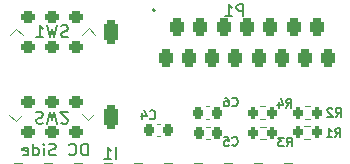
<source format=gbr>
G04 #@! TF.GenerationSoftware,KiCad,Pcbnew,(6.0.1-0)*
G04 #@! TF.CreationDate,2022-02-24T13:14:34-05:00*
G04 #@! TF.ProjectId,DC2VGA,44433256-4741-42e6-9b69-6361645f7063,1*
G04 #@! TF.SameCoordinates,Original*
G04 #@! TF.FileFunction,Legend,Bot*
G04 #@! TF.FilePolarity,Positive*
%FSLAX46Y46*%
G04 Gerber Fmt 4.6, Leading zero omitted, Abs format (unit mm)*
G04 Created by KiCad (PCBNEW (6.0.1-0)) date 2022-02-24 13:14:34*
%MOMM*%
%LPD*%
G01*
G04 APERTURE LIST*
G04 Aperture macros list*
%AMRoundRect*
0 Rectangle with rounded corners*
0 $1 Rounding radius*
0 $2 $3 $4 $5 $6 $7 $8 $9 X,Y pos of 4 corners*
0 Add a 4 corners polygon primitive as box body*
4,1,4,$2,$3,$4,$5,$6,$7,$8,$9,$2,$3,0*
0 Add four circle primitives for the rounded corners*
1,1,$1+$1,$2,$3*
1,1,$1+$1,$4,$5*
1,1,$1+$1,$6,$7*
1,1,$1+$1,$8,$9*
0 Add four rect primitives between the rounded corners*
20,1,$1+$1,$2,$3,$4,$5,0*
20,1,$1+$1,$4,$5,$6,$7,0*
20,1,$1+$1,$6,$7,$8,$9,0*
20,1,$1+$1,$8,$9,$2,$3,0*%
G04 Aperture macros list end*
%ADD10C,0.150000*%
%ADD11C,0.120000*%
%ADD12C,0.200000*%
%ADD13C,0.100000*%
%ADD14RoundRect,0.200000X0.200000X0.275000X-0.200000X0.275000X-0.200000X-0.275000X0.200000X-0.275000X0*%
%ADD15RoundRect,0.200000X-0.200000X-0.275000X0.200000X-0.275000X0.200000X0.275000X-0.200000X0.275000X0*%
%ADD16RoundRect,0.262500X0.337500X0.262500X-0.337500X0.262500X-0.337500X-0.262500X0.337500X-0.262500X0*%
%ADD17RoundRect,0.312500X-0.312500X-0.687500X0.312500X-0.687500X0.312500X0.687500X-0.312500X0.687500X0*%
%ADD18RoundRect,0.225000X-0.225000X-0.250000X0.225000X-0.250000X0.225000X0.250000X-0.225000X0.250000X0*%
%ADD19R,1.524000X1.524000*%
%ADD20RoundRect,0.381000X0.381000X0.381000X-0.381000X0.381000X-0.381000X-0.381000X0.381000X-0.381000X0*%
%ADD21RoundRect,0.225000X0.225000X0.250000X-0.225000X0.250000X-0.225000X-0.250000X0.225000X-0.250000X0*%
%ADD22RoundRect,0.262500X-0.337500X-0.262500X0.337500X-0.262500X0.337500X0.262500X-0.337500X0.262500X0*%
%ADD23RoundRect,0.312500X0.312500X0.687500X-0.312500X0.687500X-0.312500X-0.687500X0.312500X-0.687500X0*%
%ADD24R,1.200000X1.524000*%
%ADD25RoundRect,0.300000X0.300000X0.462000X-0.300000X0.462000X-0.300000X-0.462000X0.300000X-0.462000X0*%
G04 APERTURE END LIST*
D10*
X132138095Y-108952380D02*
X132138095Y-107952380D01*
X131900000Y-107952380D01*
X131757142Y-108000000D01*
X131661904Y-108095238D01*
X131614285Y-108190476D01*
X131566666Y-108380952D01*
X131566666Y-108523809D01*
X131614285Y-108714285D01*
X131661904Y-108809523D01*
X131757142Y-108904761D01*
X131900000Y-108952380D01*
X132138095Y-108952380D01*
X130566666Y-108857142D02*
X130614285Y-108904761D01*
X130757142Y-108952380D01*
X130852380Y-108952380D01*
X130995238Y-108904761D01*
X131090476Y-108809523D01*
X131138095Y-108714285D01*
X131185714Y-108523809D01*
X131185714Y-108380952D01*
X131138095Y-108190476D01*
X131090476Y-108095238D01*
X130995238Y-108000000D01*
X130852380Y-107952380D01*
X130757142Y-107952380D01*
X130614285Y-108000000D01*
X130566666Y-108047619D01*
X129423809Y-108904761D02*
X129280952Y-108952380D01*
X129042857Y-108952380D01*
X128947619Y-108904761D01*
X128900000Y-108857142D01*
X128852380Y-108761904D01*
X128852380Y-108666666D01*
X128900000Y-108571428D01*
X128947619Y-108523809D01*
X129042857Y-108476190D01*
X129233333Y-108428571D01*
X129328571Y-108380952D01*
X129376190Y-108333333D01*
X129423809Y-108238095D01*
X129423809Y-108142857D01*
X129376190Y-108047619D01*
X129328571Y-108000000D01*
X129233333Y-107952380D01*
X128995238Y-107952380D01*
X128852380Y-108000000D01*
X128423809Y-108952380D02*
X128423809Y-108285714D01*
X128423809Y-107952380D02*
X128471428Y-108000000D01*
X128423809Y-108047619D01*
X128376190Y-108000000D01*
X128423809Y-107952380D01*
X128423809Y-108047619D01*
X127519047Y-108952380D02*
X127519047Y-107952380D01*
X127519047Y-108904761D02*
X127614285Y-108952380D01*
X127804761Y-108952380D01*
X127900000Y-108904761D01*
X127947619Y-108857142D01*
X127995238Y-108761904D01*
X127995238Y-108476190D01*
X127947619Y-108380952D01*
X127900000Y-108333333D01*
X127804761Y-108285714D01*
X127614285Y-108285714D01*
X127519047Y-108333333D01*
X126661904Y-108904761D02*
X126757142Y-108952380D01*
X126947619Y-108952380D01*
X127042857Y-108904761D01*
X127090476Y-108809523D01*
X127090476Y-108428571D01*
X127042857Y-108333333D01*
X126947619Y-108285714D01*
X126757142Y-108285714D01*
X126661904Y-108333333D01*
X126614285Y-108428571D01*
X126614285Y-108523809D01*
X127090476Y-108619047D01*
X153095000Y-107419285D02*
X153345000Y-107062142D01*
X153523571Y-107419285D02*
X153523571Y-106669285D01*
X153237857Y-106669285D01*
X153166428Y-106705000D01*
X153130714Y-106740714D01*
X153095000Y-106812142D01*
X153095000Y-106919285D01*
X153130714Y-106990714D01*
X153166428Y-107026428D01*
X153237857Y-107062142D01*
X153523571Y-107062142D01*
X152380714Y-107419285D02*
X152809285Y-107419285D01*
X152595000Y-107419285D02*
X152595000Y-106669285D01*
X152666428Y-106776428D01*
X152737857Y-106847857D01*
X152809285Y-106883571D01*
X148975000Y-108189285D02*
X149225000Y-107832142D01*
X149403571Y-108189285D02*
X149403571Y-107439285D01*
X149117857Y-107439285D01*
X149046428Y-107475000D01*
X149010714Y-107510714D01*
X148975000Y-107582142D01*
X148975000Y-107689285D01*
X149010714Y-107760714D01*
X149046428Y-107796428D01*
X149117857Y-107832142D01*
X149403571Y-107832142D01*
X148725000Y-107439285D02*
X148260714Y-107439285D01*
X148510714Y-107725000D01*
X148403571Y-107725000D01*
X148332142Y-107760714D01*
X148296428Y-107796428D01*
X148260714Y-107867857D01*
X148260714Y-108046428D01*
X148296428Y-108117857D01*
X148332142Y-108153571D01*
X148403571Y-108189285D01*
X148617857Y-108189285D01*
X148689285Y-108153571D01*
X148725000Y-108117857D01*
X127786666Y-105315238D02*
X127929523Y-105267619D01*
X128167619Y-105267619D01*
X128262857Y-105315238D01*
X128310476Y-105362857D01*
X128358095Y-105458095D01*
X128358095Y-105553333D01*
X128310476Y-105648571D01*
X128262857Y-105696190D01*
X128167619Y-105743809D01*
X127977142Y-105791428D01*
X127881904Y-105839047D01*
X127834285Y-105886666D01*
X127786666Y-105981904D01*
X127786666Y-106077142D01*
X127834285Y-106172380D01*
X127881904Y-106220000D01*
X127977142Y-106267619D01*
X128215238Y-106267619D01*
X128358095Y-106220000D01*
X128691428Y-106267619D02*
X128929523Y-105267619D01*
X129120000Y-105981904D01*
X129310476Y-105267619D01*
X129548571Y-106267619D01*
X129881904Y-106172380D02*
X129929523Y-106220000D01*
X130024761Y-106267619D01*
X130262857Y-106267619D01*
X130358095Y-106220000D01*
X130405714Y-106172380D01*
X130453333Y-106077142D01*
X130453333Y-105981904D01*
X130405714Y-105839047D01*
X129834285Y-105267619D01*
X130453333Y-105267619D01*
X137405000Y-105807857D02*
X137440714Y-105843571D01*
X137547857Y-105879285D01*
X137619285Y-105879285D01*
X137726428Y-105843571D01*
X137797857Y-105772142D01*
X137833571Y-105700714D01*
X137869285Y-105557857D01*
X137869285Y-105450714D01*
X137833571Y-105307857D01*
X137797857Y-105236428D01*
X137726428Y-105165000D01*
X137619285Y-105129285D01*
X137547857Y-105129285D01*
X137440714Y-105165000D01*
X137405000Y-105200714D01*
X136762142Y-105379285D02*
X136762142Y-105879285D01*
X136940714Y-105093571D02*
X137119285Y-105629285D01*
X136655000Y-105629285D01*
X134556190Y-109272380D02*
X134556190Y-108272380D01*
X133556190Y-109272380D02*
X134127619Y-109272380D01*
X133841904Y-109272380D02*
X133841904Y-108272380D01*
X133937142Y-108415238D01*
X134032380Y-108510476D01*
X134127619Y-108558095D01*
X144365000Y-104727857D02*
X144400714Y-104763571D01*
X144507857Y-104799285D01*
X144579285Y-104799285D01*
X144686428Y-104763571D01*
X144757857Y-104692142D01*
X144793571Y-104620714D01*
X144829285Y-104477857D01*
X144829285Y-104370714D01*
X144793571Y-104227857D01*
X144757857Y-104156428D01*
X144686428Y-104085000D01*
X144579285Y-104049285D01*
X144507857Y-104049285D01*
X144400714Y-104085000D01*
X144365000Y-104120714D01*
X143722142Y-104049285D02*
X143865000Y-104049285D01*
X143936428Y-104085000D01*
X143972142Y-104120714D01*
X144043571Y-104227857D01*
X144079285Y-104370714D01*
X144079285Y-104656428D01*
X144043571Y-104727857D01*
X144007857Y-104763571D01*
X143936428Y-104799285D01*
X143793571Y-104799285D01*
X143722142Y-104763571D01*
X143686428Y-104727857D01*
X143650714Y-104656428D01*
X143650714Y-104477857D01*
X143686428Y-104406428D01*
X143722142Y-104370714D01*
X143793571Y-104335000D01*
X143936428Y-104335000D01*
X144007857Y-104370714D01*
X144043571Y-104406428D01*
X144079285Y-104477857D01*
X144375000Y-108057857D02*
X144410714Y-108093571D01*
X144517857Y-108129285D01*
X144589285Y-108129285D01*
X144696428Y-108093571D01*
X144767857Y-108022142D01*
X144803571Y-107950714D01*
X144839285Y-107807857D01*
X144839285Y-107700714D01*
X144803571Y-107557857D01*
X144767857Y-107486428D01*
X144696428Y-107415000D01*
X144589285Y-107379285D01*
X144517857Y-107379285D01*
X144410714Y-107415000D01*
X144375000Y-107450714D01*
X143696428Y-107379285D02*
X144053571Y-107379285D01*
X144089285Y-107736428D01*
X144053571Y-107700714D01*
X143982142Y-107665000D01*
X143803571Y-107665000D01*
X143732142Y-107700714D01*
X143696428Y-107736428D01*
X143660714Y-107807857D01*
X143660714Y-107986428D01*
X143696428Y-108057857D01*
X143732142Y-108093571D01*
X143803571Y-108129285D01*
X143982142Y-108129285D01*
X144053571Y-108093571D01*
X144089285Y-108057857D01*
X130453333Y-98904761D02*
X130310476Y-98952380D01*
X130072380Y-98952380D01*
X129977142Y-98904761D01*
X129929523Y-98857142D01*
X129881904Y-98761904D01*
X129881904Y-98666666D01*
X129929523Y-98571428D01*
X129977142Y-98523809D01*
X130072380Y-98476190D01*
X130262857Y-98428571D01*
X130358095Y-98380952D01*
X130405714Y-98333333D01*
X130453333Y-98238095D01*
X130453333Y-98142857D01*
X130405714Y-98047619D01*
X130358095Y-98000000D01*
X130262857Y-97952380D01*
X130024761Y-97952380D01*
X129881904Y-98000000D01*
X129548571Y-97952380D02*
X129310476Y-98952380D01*
X129120000Y-98238095D01*
X128929523Y-98952380D01*
X128691428Y-97952380D01*
X127786666Y-98952380D02*
X128358095Y-98952380D01*
X128072380Y-98952380D02*
X128072380Y-97952380D01*
X128167619Y-98095238D01*
X128262857Y-98190476D01*
X128358095Y-98238095D01*
X145308095Y-97162380D02*
X145308095Y-96162380D01*
X144927142Y-96162380D01*
X144831904Y-96210000D01*
X144784285Y-96257619D01*
X144736666Y-96352857D01*
X144736666Y-96495714D01*
X144784285Y-96590952D01*
X144831904Y-96638571D01*
X144927142Y-96686190D01*
X145308095Y-96686190D01*
X143784285Y-97162380D02*
X144355714Y-97162380D01*
X144070000Y-97162380D02*
X144070000Y-96162380D01*
X144165238Y-96305238D01*
X144260476Y-96400476D01*
X144355714Y-96448095D01*
X153125000Y-105679285D02*
X153375000Y-105322142D01*
X153553571Y-105679285D02*
X153553571Y-104929285D01*
X153267857Y-104929285D01*
X153196428Y-104965000D01*
X153160714Y-105000714D01*
X153125000Y-105072142D01*
X153125000Y-105179285D01*
X153160714Y-105250714D01*
X153196428Y-105286428D01*
X153267857Y-105322142D01*
X153553571Y-105322142D01*
X152839285Y-105000714D02*
X152803571Y-104965000D01*
X152732142Y-104929285D01*
X152553571Y-104929285D01*
X152482142Y-104965000D01*
X152446428Y-105000714D01*
X152410714Y-105072142D01*
X152410714Y-105143571D01*
X152446428Y-105250714D01*
X152875000Y-105679285D01*
X152410714Y-105679285D01*
X148955000Y-104909285D02*
X149205000Y-104552142D01*
X149383571Y-104909285D02*
X149383571Y-104159285D01*
X149097857Y-104159285D01*
X149026428Y-104195000D01*
X148990714Y-104230714D01*
X148955000Y-104302142D01*
X148955000Y-104409285D01*
X148990714Y-104480714D01*
X149026428Y-104516428D01*
X149097857Y-104552142D01*
X149383571Y-104552142D01*
X148312142Y-104409285D02*
X148312142Y-104909285D01*
X148490714Y-104123571D02*
X148669285Y-104659285D01*
X148205000Y-104659285D01*
D11*
X150967258Y-106487500D02*
X150492742Y-106487500D01*
X150967258Y-107532500D02*
X150492742Y-107532500D01*
X146722742Y-107552500D02*
X147197258Y-107552500D01*
X146722742Y-106507500D02*
X147197258Y-106507500D01*
X132165000Y-105985000D02*
X132715000Y-105435000D01*
X131615000Y-105435000D02*
X132165000Y-105985000D01*
X126030000Y-106040000D02*
X126580000Y-105490000D01*
X125480000Y-105490000D02*
X126030000Y-106040000D01*
X137989420Y-106300000D02*
X138270580Y-106300000D01*
X137989420Y-107320000D02*
X138270580Y-107320000D01*
X142435580Y-104810000D02*
X142154420Y-104810000D01*
X142435580Y-105830000D02*
X142154420Y-105830000D01*
X142465580Y-107540000D02*
X142184420Y-107540000D01*
X142465580Y-106520000D02*
X142184420Y-106520000D01*
X126075000Y-98235000D02*
X125525000Y-98785000D01*
X132760000Y-98730000D02*
X132210000Y-98180000D01*
X126625000Y-98785000D02*
X126075000Y-98235000D01*
X132210000Y-98180000D02*
X131660000Y-98730000D01*
D12*
X137821354Y-96668147D02*
G75*
G03*
X137821354Y-96668147I-92195J0D01*
G01*
D11*
X150977258Y-104807500D02*
X150502742Y-104807500D01*
X150977258Y-105852500D02*
X150502742Y-105852500D01*
X147177258Y-104807500D02*
X146702742Y-104807500D01*
X147177258Y-105852500D02*
X146702742Y-105852500D01*
%LPC*%
D13*
X134300000Y-95310000D02*
X136090000Y-95310000D01*
X136090000Y-95310000D02*
X136090000Y-99720000D01*
X136090000Y-99720000D02*
X134300000Y-99720000D01*
X134300000Y-99720000D02*
X134300000Y-95310000D01*
G36*
X134300000Y-95310000D02*
G01*
X136090000Y-95310000D01*
X136090000Y-99720000D01*
X134300000Y-99720000D01*
X134300000Y-95310000D01*
G37*
D14*
X151555000Y-107010000D03*
X149905000Y-107010000D03*
D15*
X146135000Y-107030000D03*
X147785000Y-107030000D03*
D16*
X131120000Y-104470000D03*
X129120000Y-104470000D03*
X127120000Y-104470000D03*
X131120000Y-106970000D03*
X129120000Y-106970000D03*
X127120000Y-106970000D03*
D17*
X134120000Y-105720000D03*
X124120000Y-105720000D03*
D18*
X137355000Y-106810000D03*
X138905000Y-106810000D03*
D19*
X151731634Y-110398008D03*
D20*
X149191634Y-110398008D03*
X146651634Y-110398008D03*
X131411634Y-110398008D03*
X128871634Y-110398008D03*
X139031634Y-110398008D03*
X136491634Y-110398008D03*
X126331634Y-110398008D03*
X144111634Y-110398008D03*
X133951634Y-110398008D03*
X141571634Y-110398008D03*
D21*
X143070000Y-105320000D03*
X141520000Y-105320000D03*
X143100000Y-107030000D03*
X141550000Y-107030000D03*
D22*
X127120000Y-99750000D03*
X129120000Y-99750000D03*
X131120000Y-99750000D03*
X127120000Y-97250000D03*
X129120000Y-97250000D03*
X131120000Y-97250000D03*
D23*
X124120000Y-98500000D03*
X134120000Y-98500000D03*
D24*
X137746684Y-98103008D03*
D25*
X138726684Y-100703008D03*
X139716684Y-98103008D03*
X140696684Y-100703008D03*
X141686684Y-98103008D03*
X142666684Y-100703008D03*
X143656684Y-98103008D03*
X144636684Y-100703008D03*
X145626684Y-98103008D03*
X146606684Y-100703008D03*
X147596684Y-98103008D03*
X148576684Y-100703008D03*
X149566684Y-98103008D03*
X150546684Y-100703008D03*
X151536684Y-98103008D03*
X152516684Y-100703008D03*
D14*
X151565000Y-105330000D03*
X149915000Y-105330000D03*
X147765000Y-105330000D03*
X146115000Y-105330000D03*
M02*

</source>
